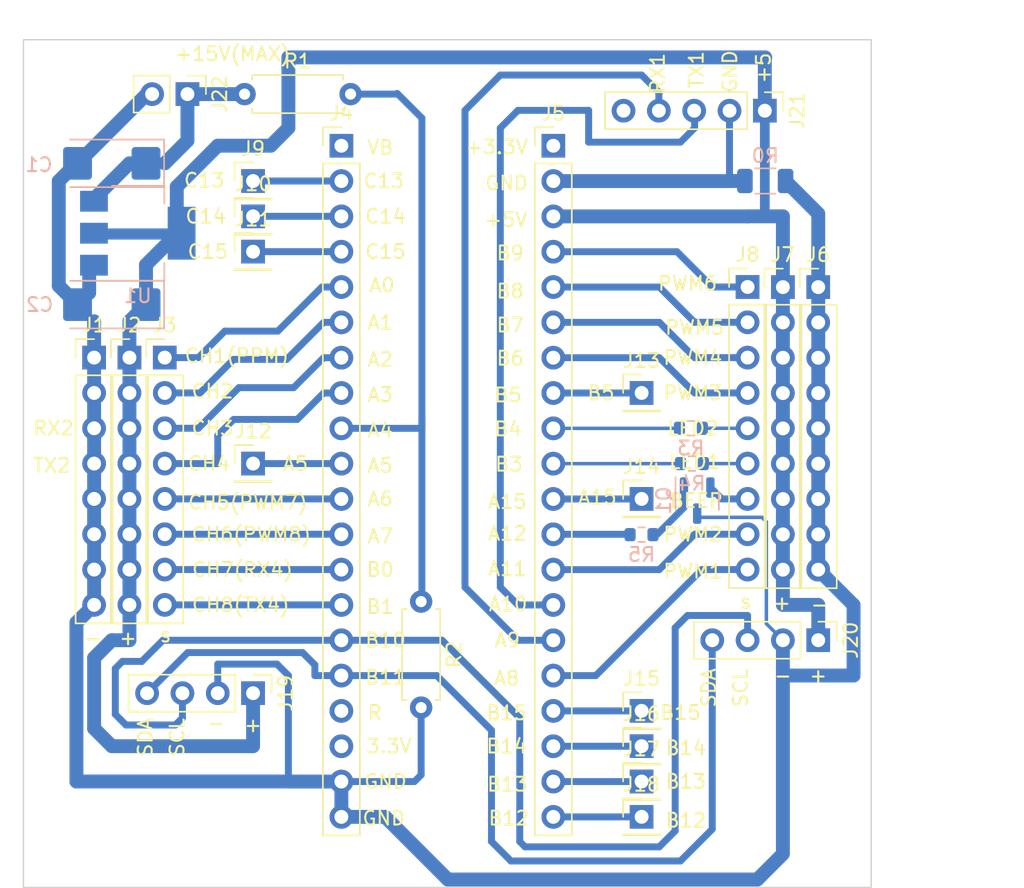
<source format=kicad_pcb>
(kicad_pcb (version 20211014) (generator pcbnew)
  (layers (0 "F.Cu" signal) (31 "B.Cu" signal) (34 "B.Paste" user) (35 "F.Paste" user) (36 "B.SilkS" user "B.Silkscreen") (37 "F.SilkS" user "F.Silkscreen") (38 "B.Mask" user) (39 "F.Mask" user) (44 "Edge.Cuts" user))
  (net 0 "")
  (net 1 "GND")
  (net 2 "+5V")
  (net 3 "/A0")
  (net 4 "/A1")
  (net 5 "/A2")
  (net 6 "/A3")
  (net 7 "/A6")
  (net 8 "/A7")
  (net 9 "/B0")
  (net 10 "/B1")
  (net 11 "/VB")
  (net 12 "/C13")
  (net 13 "/C14")
  (net 14 "/C15")
  (net 15 "/A4")
  (net 16 "/A5")
  (net 17 "/B10")
  (net 18 "/B11")
  (net 19 "/R")
  (net 20 "+3V3")
  (net 21 "/B9")
  (net 22 "/B8")
  (net 23 "/B7")
  (net 24 "/B6")
  (net 25 "/B5")
  (net 26 "/B4")
  (net 27 "/B3")
  (net 28 "/A15")
  (net 29 "/A12")
  (net 30 "/A11")
  (net 31 "/A10")
  (net 32 "/A9")
  (net 33 "/A8")
  (net 34 "/B15")
  (net 35 "/B14")
  (net 36 "/B13")
  (net 37 "/B12")
  (net 39 "+12V")
  (net 40 "/LED2")
  (net 41 "/LED1")
  (net 42 "/BEEP")
  (net 43 "Net-(Q1-Pad1)")
  (footprint "Connector_PinHeader_2.54mm:PinHeader_1x01_P2.54mm_Vertical" (layer "F.Cu") (at 72.39 39.37)
    (fp_text reference "J9" (at 0 -2.33) (layer "F.SilkS"))
    (fp_text value "Conn_01x01_Male")
    (pad "1" thru_hole rect (at 0 0) (size 1.7 1.7) (drill 1) (layers *.Cu *.Mask) (net 12 "/C13"))
  )
  (footprint "Connector_PinHeader_2.54mm:PinHeader_1x01_P2.54mm_Vertical" (layer "F.Cu") (at 72.39 44.45)
    (fp_text reference "J11" (at 0 -2.33) (layer "F.SilkS"))
    (fp_text value "Conn_01x01_Male")
    (pad "1" thru_hole rect (at 0 0) (size 1.7 1.7) (drill 1) (layers *.Cu *.Mask) (net 14 "/C15"))
  )
  (footprint "Connector_PinHeader_2.54mm:PinHeader_1x08_P2.54mm_Vertical" (layer "F.Cu") (at 66.04 52.07)
    (fp_text reference "J3" (at 0 -2.33) (layer "F.SilkS"))
    (fp_text value "Conn_01x08_Male")
    (pad "1" thru_hole rect (at 0 0) (size 1.7 1.7) (drill 1) (layers *.Cu *.Mask) (net 3 "/A0"))
    (pad "2" thru_hole oval (at 0 2.54) (size 1.7 1.7) (drill 1) (layers *.Cu *.Mask) (net 4 "/A1"))
    (pad "3" thru_hole oval (at 0 5.08) (size 1.7 1.7) (drill 1) (layers *.Cu *.Mask) (net 5 "/A2"))
    (pad "4" thru_hole oval (at 0 7.62) (size 1.7 1.7) (drill 1) (layers *.Cu *.Mask) (net 6 "/A3"))
    (pad "5" thru_hole oval (at 0 10.16) (size 1.7 1.7) (drill 1) (layers *.Cu *.Mask) (net 7 "/A6"))
    (pad "6" thru_hole oval (at 0 12.7) (size 1.7 1.7) (drill 1) (layers *.Cu *.Mask) (net 8 "/A7"))
    (pad "7" thru_hole oval (at 0 15.24) (size 1.7 1.7) (drill 1) (layers *.Cu *.Mask) (net 9 "/B0"))
    (pad "8" thru_hole oval (at 0 17.78) (size 1.7 1.7) (drill 1) (layers *.Cu *.Mask) (net 10 "/B1"))
  )
  (footprint "Connector_PinHeader_2.54mm:PinHeader_1x01_P2.54mm_Vertical" (layer "F.Cu") (at 100.33 82.55)
    (fp_text reference "J17" (at 0 -2.33) (layer "F.SilkS"))
    (fp_text value "Conn_01x01_Male")
    (pad "1" thru_hole rect (at 0 0) (size 1.7 1.7) (drill 1) (layers *.Cu *.Mask) (net 36 "/B13"))
  )
  (footprint "Resistor_THT:R_Axial_DIN0207_L6.3mm_D2.5mm_P7.62mm_Horizontal" (layer "F.Cu") (at 84.475 69.615 -90)
    (fp_text reference "R2" (at 3.81 -2.37 90) (layer "F.SilkS"))
    (fp_text value "1k")
    (pad "1" thru_hole circle (at 0 0 270) (size 1.6 1.6) (drill 0.8) (layers *.Cu *.Mask) (net 15 "/A4"))
    (pad "2" thru_hole oval (at 7.62 0 270) (size 1.6 1.6) (drill 0.8) (layers *.Cu *.Mask) (net 1 "GND"))
  )
  (footprint "Connector_PinHeader_2.54mm:PinHeader_1x05_P2.54mm_Vertical" (layer "F.Cu") (at 109.19 34.315 -90)
    (fp_text reference "J21" (at 0 -2.33 -90) (layer "F.SilkS"))
    (fp_text value "Conn_01x05_Male")
    (pad "1" thru_hole rect (at 0 0 270) (size 1.7 1.7) (drill 1) (layers *.Cu *.Mask) (net 2 "+5V"))
    (pad "2" thru_hole oval (at 0 2.54 270) (size 1.7 1.7) (drill 1) (layers *.Cu *.Mask) (net 1 "GND"))
    (pad "3" thru_hole oval (at 0 5.08 270) (size 1.7 1.7) (drill 1) (layers *.Cu *.Mask) (net 31 "/A10"))
    (pad "4" thru_hole oval (at 0 7.62 270) (size 1.7 1.7) (drill 1) (layers *.Cu *.Mask) (net 32 "/A9"))
    (pad "5" thru_hole oval (at 0 10.16 270) (size 1.7 1.7) (drill 1) (layers *.Cu *.Mask))
  )
  (footprint "Connector_PinHeader_2.54mm:PinHeader_1x04_P2.54mm_Vertical" (layer "F.Cu") (at 113.03 72.39 -90)
    (fp_text reference "J20" (at 0 -2.33 -90) (layer "F.SilkS"))
    (fp_text value "Conn_01x04_Male")
    (pad "1" thru_hole rect (at 0 0 270) (size 1.7 1.7) (drill 1) (layers *.Cu *.Mask) (net 2 "+5V"))
    (pad "2" thru_hole oval (at 0 2.54 270) (size 1.7 1.7) (drill 1) (layers *.Cu *.Mask) (net 1 "GND"))
    (pad "3" thru_hole oval (at 0 5.08 270) (size 1.7 1.7) (drill 1) (layers *.Cu *.Mask) (net 17 "/B10"))
    (pad "4" thru_hole oval (at 0 7.62 270) (size 1.7 1.7) (drill 1) (layers *.Cu *.Mask) (net 18 "/B11"))
  )
  (footprint "Connector_PinHeader_2.54mm:PinHeader_1x08_P2.54mm_Vertical" (layer "F.Cu") (at 63.5 52.07)
    (fp_text reference "J2" (at 0 -2.33) (layer "F.SilkS"))
    (fp_text value "Conn_01x08_Male")
    (pad "1" thru_hole rect (at 0 0) (size 1.7 1.7) (drill 1) (layers *.Cu *.Mask) (net 2 "+5V"))
    (pad "2" thru_hole oval (at 0 2.54) (size 1.7 1.7) (drill 1) (layers *.Cu *.Mask) (net 2 "+5V"))
    (pad "3" thru_hole oval (at 0 5.08) (size 1.7 1.7) (drill 1) (layers *.Cu *.Mask) (net 2 "+5V"))
    (pad "4" thru_hole oval (at 0 7.62) (size 1.7 1.7) (drill 1) (layers *.Cu *.Mask) (net 2 "+5V"))
    (pad "5" thru_hole oval (at 0 10.16) (size 1.7 1.7) (drill 1) (layers *.Cu *.Mask) (net 2 "+5V"))
    (pad "6" thru_hole oval (at 0 12.7) (size 1.7 1.7) (drill 1) (layers *.Cu *.Mask) (net 2 "+5V"))
    (pad "7" thru_hole oval (at 0 15.24) (size 1.7 1.7) (drill 1) (layers *.Cu *.Mask) (net 2 "+5V"))
    (pad "8" thru_hole oval (at 0 17.78) (size 1.7 1.7) (drill 1) (layers *.Cu *.Mask) (net 2 "+5V"))
  )
  (footprint "Connector_PinHeader_2.54mm:PinHeader_1x01_P2.54mm_Vertical" (layer "F.Cu") (at 100.33 54.61)
    (fp_text reference "J13" (at 0 -2.33) (layer "F.SilkS"))
    (fp_text value "Conn_01x01_Male")
    (pad "1" thru_hole rect (at 0 0) (size 1.7 1.7) (drill 1) (layers *.Cu *.Mask) (net 25 "/B5"))
  )
  (footprint "My:hole_3_2" (layer "F.Cu") (at 114.3 87.63)
    (fp_text reference "0" hide)
    (fp_text value ".")
    (pad "" np_thru_hole circle (at 0 0) (size 3 3) (drill 3) (layers F&B.Cu *.Mask))
  )
  (footprint "Connector_PinHeader_2.54mm:PinHeader_1x01_P2.54mm_Vertical" (layer "F.Cu") (at 100.33 85.09)
    (fp_text reference "J18" (at 0 -2.33) (layer "F.SilkS"))
    (fp_text value "Conn_01x01_Male")
    (pad "1" thru_hole rect (at 0 0) (size 1.7 1.7) (drill 1) (layers *.Cu *.Mask) (net 37 "/B12"))
  )
  (footprint "My:hole_3_2" (layer "F.Cu") (at 58.42 87.63)
    (fp_text reference "0" hide)
    (fp_text value ".")
    (pad "" np_thru_hole circle (at 0 0) (size 3 3) (drill 3) (layers F&B.Cu *.Mask))
  )
  (footprint "Connector_PinHeader_2.54mm:PinHeader_1x01_P2.54mm_Vertical" (layer "F.Cu") (at 72.39 59.69)
    (fp_text reference "J12" (at 0 -2.33) (layer "F.SilkS"))
    (fp_text value "Conn_01x01_Male")
    (pad "1" thru_hole rect (at 0 0) (size 1.7 1.7) (drill 1) (layers *.Cu *.Mask) (net 16 "/A5"))
  )
  (footprint "My:hole_3_2" (layer "F.Cu") (at 114.3 31.75)
    (fp_text reference "0" hide)
    (fp_text value ".")
    (pad "" np_thru_hole circle (at 0 0) (size 3 3) (drill 3) (layers F&B.Cu *.Mask))
  )
  (footprint "Connector_PinHeader_2.54mm:PinHeader_1x01_P2.54mm_Vertical" (layer "F.Cu") (at 100.33 77.47)
    (fp_text reference "J15" (at 0 -2.33) (layer "F.SilkS"))
    (fp_text value "Conn_01x01_Male")
    (pad "1" thru_hole rect (at 0 0) (size 1.7 1.7) (drill 1) (layers *.Cu *.Mask) (net 34 "/B15"))
  )
  (footprint "Resistor_THT:R_Axial_DIN0207_L6.3mm_D2.5mm_P7.62mm_Horizontal" (layer "F.Cu") (at 71.7804 33.1216)
    (fp_text reference "R1" (at 3.81 -2.37) (layer "F.SilkS"))
    (fp_text value "10k")
    (pad "1" thru_hole circle (at 0 0) (size 1.6 1.6) (drill 0.8) (layers *.Cu *.Mask) (net 39 "+12V"))
    (pad "2" thru_hole oval (at 7.62 0) (size 1.6 1.6) (drill 0.8) (layers *.Cu *.Mask) (net 15 "/A4"))
  )
  (footprint "Connector_PinHeader_2.54mm:PinHeader_1x01_P2.54mm_Vertical" (layer "F.Cu") (at 100.33 62.23)
    (fp_text reference "J14" (at 0 -2.33) (layer "F.SilkS"))
    (fp_text value "Conn_01x01_Male")
    (pad "1" thru_hole rect (at 0 0) (size 1.7 1.7) (drill 1) (layers *.Cu *.Mask) (net 28 "/A15"))
  )
  (footprint "Connector_PinHeader_2.54mm:PinHeader_1x02_P2.54mm_Vertical" (layer "F.Cu") (at 67.6706 33.1216 -90)
    (fp_text reference "J22" (at 0 -2.33 90) (layer "F.SilkS"))
    (fp_text value "Conn_01x02_Male")
    (pad "1" thru_hole rect (at 0 0 270) (size 1.7 1.7) (drill 1) (layers *.Cu *.Mask) (net 39 "+12V"))
    (pad "2" thru_hole oval (at 0 2.54 270) (size 1.7 1.7) (drill 1) (layers *.Cu *.Mask) (net 1 "GND"))
  )
  (footprint "Connector_PinHeader_2.54mm:PinHeader_1x09_P2.54mm_Vertical" (layer "F.Cu") (at 113.03 47)
    (fp_text reference "J6" (at 0 -2.33) (layer "F.SilkS"))
    (fp_text value "Conn_01x09_Male")
    (pad "1" thru_hole rect (at 0 0) (size 1.7 1.7) (drill 1) (layers *.Cu *.Mask) (net 1 "GND"))
    (pad "2" thru_hole oval (at 0 2.54) (size 1.7 1.7) (drill 1) (layers *.Cu *.Mask) (net 1 "GND"))
    (pad "3" thru_hole oval (at 0 5.08) (size 1.7 1.7) (drill 1) (layers *.Cu *.Mask) (net 1 "GND"))
    (pad "4" thru_hole oval (at 0 7.62) (size 1.7 1.7) (drill 1) (layers *.Cu *.Mask) (net 1 "GND"))
    (pad "5" thru_hole oval (at 0 10.16) (size 1.7 1.7) (drill 1) (layers *.Cu *.Mask) (net 1 "GND"))
    (pad "6" thru_hole oval (at 0 12.7) (size 1.7 1.7) (drill 1) (layers *.Cu *.Mask) (net 1 "GND"))
    (pad "7" thru_hole oval (at 0 15.24) (size 1.7 1.7) (drill 1) (layers *.Cu *.Mask) (net 1 "GND"))
    (pad "8" thru_hole oval (at 0 17.78) (size 1.7 1.7) (drill 1) (layers *.Cu *.Mask) (net 1 "GND"))
    (pad "9" thru_hole oval (at 0 20.32) (size 1.7 1.7) (drill 1) (layers *.Cu *.Mask) (net 1 "GND"))
  )
  (footprint "Connector_PinHeader_2.54mm:PinHeader_1x20_P2.54mm_Vertical" (layer "F.Cu") (at 78.74 36.835)
    (fp_text reference "J4" (at 0 -2.33) (layer "F.SilkS"))
    (fp_text value "Conn_01x20_Male")
    (pad "1" thru_hole rect (at 0 0) (size 1.7 1.7) (drill 1) (layers *.Cu *.Mask) (net 11 "/VB"))
    (pad "2" thru_hole oval (at 0 2.54) (size 1.7 1.7) (drill 1) (layers *.Cu *.Mask) (net 12 "/C13"))
    (pad "3" thru_hole oval (at 0 5.08) (size 1.7 1.7) (drill 1) (layers *.Cu *.Mask) (net 13 "/C14"))
    (pad "4" thru_hole oval (at 0 7.62) (size 1.7 1.7) (drill 1) (layers *.Cu *.Mask) (net 14 "/C15"))
    (pad "5" thru_hole oval (at 0 10.16) (size 1.7 1.7) (drill 1) (layers *.Cu *.Mask) (net 3 "/A0"))
    (pad "6" thru_hole oval (at 0 12.7) (size 1.7 1.7) (drill 1) (layers *.Cu *.Mask) (net 4 "/A1"))
    (pad "7" thru_hole oval (at 0 15.24) (size 1.7 1.7) (drill 1) (layers *.Cu *.Mask) (net 5 "/A2"))
    (pad "8" thru_hole oval (at 0 17.78) (size 1.7 1.7) (drill 1) (layers *.Cu *.Mask) (net 6 "/A3"))
    (pad "9" thru_hole oval (at 0 20.32) (size 1.7 1.7) (drill 1) (layers *.Cu *.Mask) (net 15 "/A4"))
    (pad "10" thru_hole oval (at 0 22.86) (size 1.7 1.7) (drill 1) (layers *.Cu *.Mask) (net 16 "/A5"))
    (pad "11" thru_hole oval (at 0 25.4) (size 1.7 1.7) (drill 1) (layers *.Cu *.Mask) (net 7 "/A6"))
    (pad "12" thru_hole oval (at 0 27.94) (size 1.7 1.7) (drill 1) (layers *.Cu *.Mask) (net 8 "/A7"))
    (pad "13" thru_hole oval (at 0 30.48) (size 1.7 1.7) (drill 1) (layers *.Cu *.Mask) (net 9 "/B0"))
    (pad "14" thru_hole oval (at 0 33.02) (size 1.7 1.7) (drill 1) (layers *.Cu *.Mask) (net 10 "/B1"))
    (pad "15" thru_hole oval (at 0 35.56) (size 1.7 1.7) (drill 1) (layers *.Cu *.Mask) (net 17 "/B10"))
    (pad "16" thru_hole oval (at 0 38.1) (size 1.7 1.7) (drill 1) (layers *.Cu *.Mask) (net 18 "/B11"))
    (pad "17" thru_hole oval (at 0 40.64) (size 1.7 1.7) (drill 1) (layers *.Cu *.Mask) (net 19 "/R"))
    (pad "18" thru_hole oval (at 0 43.18) (size 1.7 1.7) (drill 1) (layers *.Cu *.Mask) (net 20 "+3V3"))
    (pad "19" thru_hole oval (at 0 45.72) (size 1.7 1.7) (drill 1) (layers *.Cu *.Mask) (net 1 "GND"))
    (pad "20" thru_hole oval (at 0 48.26) (size 1.7 1.7) (drill 1) (layers *.Cu *.Mask) (net 1 "GND"))
  )
  (footprint "Connector_PinHeader_2.54mm:PinHeader_1x01_P2.54mm_Vertical" (layer "F.Cu") (at 100.33 80.01)
    (fp_text reference "J16" (at 0 -2.33) (layer "F.SilkS"))
    (fp_text value "Conn_01x01_Male")
    (pad "1" thru_hole rect (at 0 0) (size 1.7 1.7) (drill 1) (layers *.Cu *.Mask) (net 35 "/B14"))
  )
  (footprint "Connector_PinHeader_2.54mm:PinHeader_1x08_P2.54mm_Vertical" (layer "F.Cu") (at 60.96 52.07)
    (fp_text reference "J1" (at 0 -2.33) (layer "F.SilkS"))
    (fp_text value "Conn_01x08_Male")
    (pad "1" thru_hole rect (at 0 0) (size 1.7 1.7) (drill 1) (layers *.Cu *.Mask) (net 1 "GND"))
    (pad "2" thru_hole oval (at 0 2.54) (size 1.7 1.7) (drill 1) (layers *.Cu *.Mask) (net 1 "GND"))
    (pad "3" thru_hole oval (at 0 5.08) (size 1.7 1.7) (drill 1) (layers *.Cu *.Mask) (net 1 "GND"))
    (pad "4" thru_hole oval (at 0 7.62) (size 1.7 1.7) (drill 1) (layers *.Cu *.Mask) (net 1 "GND"))
    (pad "5" thru_hole oval (at 0 10.16) (size 1.7 1.7) (drill 1) (layers *.Cu *.Mask) (net 1 "GND"))
    (pad "6" thru_hole oval (at 0 12.7) (size 1.7 1.7) (drill 1) (layers *.Cu *.Mask) (net 1 "GND"))
    (pad "7" thru_hole oval (at 0 15.24) (size 1.7 1.7) (drill 1) (layers *.Cu *.Mask) (net 1 "GND"))
    (pad "8" thru_hole oval (at 0 17.78) (size 1.7 1.7) (drill 1) (layers *.Cu *.Mask) (net 1 "GND"))
  )
  (footprint "Connector_PinHeader_2.54mm:PinHeader_1x04_P2.54mm_Vertical" (layer "F.Cu") (at 72.39 76.2 -90)
    (fp_text reference "J19" (at 0 -2.33 -90) (layer "F.SilkS"))
    (fp_text value "Conn_01x04_Male")
    (pad "1" thru_hole rect (at 0 0 270) (size 1.7 1.7) (drill 1) (layers *.Cu *.Mask) (net 2 "+5V"))
    (pad "2" thru_hole oval (at 0 2.54 270) (size 1.7 1.7) (drill 1) (layers *.Cu *.Mask) (net 1 "GND"))
    (pad "3" thru_hole oval (at 0 5.08 270) (size 1.7 1.7) (drill 1) (layers *.Cu *.Mask) (net 17 "/B10"))
    (pad "4" thru_hole oval (at 0 7.62 270) (size 1.7 1.7) (drill 1) (layers *.Cu *.Mask) (net 18 "/B11"))
  )
  (footprint "Connector_PinHeader_2.54mm:PinHeader_1x09_P2.54mm_Vertical" (layer "F.Cu") (at 107.95 46.99)
    (fp_text reference "J8" (at 0 -2.33) (layer "F.SilkS"))
    (fp_text value "Conn_01x09_Male")
    (pad "1" thru_hole rect (at 0 0) (size 1.7 1.7) (drill 1) (layers *.Cu *.Mask) (net 21 "/B9"))
    (pad "2" thru_hole oval (at 0 2.54) (size 1.7 1.7) (drill 1) (layers *.Cu *.Mask) (net 22 "/B8"))
    (pad "3" thru_hole oval (at 0 5.08) (size 1.7 1.7) (drill 1) (layers *.Cu *.Mask) (net 23 "/B7"))
    (pad "4" thru_hole oval (at 0 7.62) (size 1.7 1.7) (drill 1) (layers *.Cu *.Mask) (net 24 "/B6"))
    (pad "5" thru_hole oval (at 0 10.16) (size 1.7 1.7) (drill 1) (layers *.Cu *.Mask) (net 40 "/LED2"))
    (pad "6" thru_hole oval (at 0 12.7) (size 1.7 1.7) (drill 1) (layers *.Cu *.Mask) (net 41 "/LED1"))
    (pad "7" thru_hole oval (at 0 15.24) (size 1.7 1.7) (drill 1) (layers *.Cu *.Mask) (net 42 "/BEEP"))
    (pad "8" thru_hole oval (at 0 17.78) (size 1.7 1.7) (drill 1) (layers *.Cu *.Mask) (net 30 "/A11"))
    (pad "9" thru_hole oval (at 0 20.32) (size 1.7 1.7) (drill 1) (layers *.Cu *.Mask) (net 33 "/A8"))
  )
  (footprint "Connector_PinHeader_2.54mm:PinHeader_1x09_P2.54mm_Vertical" (layer "F.Cu") (at 110.49 47)
    (fp_text reference "J7" (at 0 -2.33) (layer "F.SilkS"))
    (fp_text value "Conn_01x09_Male")
    (pad "1" thru_hole rect (at 0 0) (size 1.7 1.7) (drill 1) (layers *.Cu *.Mask) (net 2 "+5V"))
    (pad "2" thru_hole oval (at 0 2.54) (size 1.7 1.7) (drill 1) (layers *.Cu *.Mask) (net 2 "+5V"))
    (pad "3" thru_hole oval (at 0 5.08) (size 1.7 1.7) (drill 1) (layers *.Cu *.Mask) (net 2 "+5V"))
    (pad "4" thru_hole oval (at 0 7.62) (size 1.7 1.7) (drill 1) (layers *.Cu *.Mask) (net 2 "+5V"))
    (pad "5" thru_hole oval (at 0 10.16) (size 1.7 1.7) (drill 1) (layers *.Cu *.Mask) (net 2 "+5V"))
    (pad "6" thru_hole oval (at 0 12.7) (size 1.7 1.7) (drill 1) (layers *.Cu *.Mask) (net 2 "+5V"))
    (pad "7" thru_hole oval (at 0 15.24) (size 1.7 1.7) (drill 1) (layers *.Cu *.Mask) (net 2 "+5V"))
    (pad "8" thru_hole oval (at 0 17.78) (size 1.7 1.7) (drill 1) (layers *.Cu *.Mask) (net 2 "+5V"))
    (pad "9" thru_hole oval (at 0 20.32) (size 1.7 1.7) (drill 1) (layers *.Cu *.Mask) (net 2 "+5V"))
  )
  (footprint "Connector_PinHeader_2.54mm:PinHeader_1x20_P2.54mm_Vertical" (layer "F.Cu") (at 93.98 36.835)
    (fp_text reference "J5" (at 0 -2.33) (layer "F.SilkS"))
    (fp_text value "Conn_01x20_Male")
    (pad "1" thru_hole rect (at 0 0) (size 1.7 1.7) (drill 1) (layers *.Cu *.Mask) (net 20 "+3V3"))
    (pad "2" thru_hole oval (at 0 2.54) (size 1.7 1.7) (drill 1) (layers *.Cu *.Mask) (net 1 "GND"))
    (pad "3" thru_hole oval (at 0 5.08) (size 1.7 1.7) (drill 1) (layers *.Cu *.Mask) (net 2 "+5V"))
    (pad "4" thru_hole oval (at 0 7.62) (size 1.7 1.7) (drill 1) (layers *.Cu *.Mask) (net 21 "/B9"))
    (pad "5" thru_hole oval (at 0 10.16) (size 1.7 1.7) (drill 1) (layers *.Cu *.Mask) (net 22 "/B8"))
    (pad "6" thru_hole oval (at 0 12.7) (size 1.7 1.7) (drill 1) (layers *.Cu *.Mask) (net 23 "/B7"))
    (pad "7" thru_hole oval (at 0 15.24) (size 1.7 1.7) (drill 1) (layers *.Cu *.Mask) (net 24 "/B6"))
    (pad "8" thru_hole oval (at 0 17.78) (size 1.7 1.7) (drill 1) (layers *.Cu *.Mask) (net 25 "/B5"))
    (pad "9" thru_hole oval (at 0 20.32) (size 1.7 1.7) (drill 1) (layers *.Cu *.Mask) (net 26 "/B4"))
    (pad "10" thru_hole oval (at 0 22.86) (size 1.7 1.7) (drill 1) (layers *.Cu *.Mask) (net 27 "/B3"))
    (pad "11" thru_hole oval (at 0 25.4) (size 1.7 1.7) (drill 1) (layers *.Cu *.Mask) (net 28 "/A15"))
    (pad "12" thru_hole oval (at 0 27.94) (size 1.7 1.7) (drill 1) (layers *.Cu *.Mask) (net 29 "/A12"))
    (pad "13" thru_hole oval (at 0 30.48) (size 1.7 1.7) (drill 1) (layers *.Cu *.Mask) (net 30 "/A11"))
    (pad "14" thru_hole oval (at 0 33.02) (size 1.7 1.7) (drill 1) (layers *.Cu *.Mask) (net 31 "/A10"))
    (pad "15" thru_hole oval (at 0 35.56) (size 1.7 1.7) (drill 1) (layers *.Cu *.Mask) (net 32 "/A9"))
    (pad "16" thru_hole oval (at 0 38.1) (size 1.7 1.7) (drill 1) (layers *.Cu *.Mask) (net 33 "/A8"))
    (pad "17" thru_hole oval (at 0 40.64) (size 1.7 1.7) (drill 1) (layers *.Cu *.Mask) (net 34 "/B15"))
    (pad "18" thru_hole oval (at 0 43.18) (size 1.7 1.7) (drill 1) (layers *.Cu *.Mask) (net 35 "/B14"))
    (pad "19" thru_hole oval (at 0 45.72) (size 1.7 1.7) (drill 1) (layers *.Cu *.Mask) (net 36 "/B13"))
    (pad "20" thru_hole oval (at 0 48.26) (size 1.7 1.7) (drill 1) (layers *.Cu *.Mask) (net 37 "/B12"))
  )
  (footprint "Connector_PinHeader_2.54mm:PinHeader_1x01_P2.54mm_Vertical" (layer "F.Cu") (at 72.39 41.91)
    (fp_text reference "J10" (at 0 -2.33) (layer "F.SilkS"))
    (fp_text value "Conn_01x01_Male")
    (pad "1" thru_hole rect (at 0 0) (size 1.7 1.7) (drill 1) (layers *.Cu *.Mask) (net 13 "/C14"))
  )
  (footprint "My:hole_3_2" (layer "F.Cu") (at 58.42 31.75)
    (fp_text reference "0" hide)
    (fp_text value ".")
    (pad "" np_thru_hole circle (at 0 0) (size 3 3) (drill 3) (layers F&B.Cu *.Mask))
  )
  (footprint "Capacitor_Tantalum_SMD:CP_EIA-6032-15_Kemet-U" (layer "B.Cu") (at 62.23 48.26 180)
    (fp_text reference "C2" (at 5.1816 0) (layer "B.SilkS") (effects (justify mirror)))
    (fp_text value "C_Polarized")
    (pad "1" smd roundrect (at -2.4625 0 180) (size 2.075 2.35) (layers "B.Cu" "B.Paste" "B.Mask") (roundrect_rratio 0.1204819277) (net 2 "+5V"))
    (pad "2" smd roundrect (at 2.4625 0 180) (size 2.075 2.35) (layers "B.Cu" "B.Paste" "B.Mask") (roundrect_rratio 0.1204819277) (net 1 "GND"))
  )
  (footprint "Resistor_SMD:R_0603_1608Metric" (layer "B.Cu") (at 103.8738 57.15)
    (fp_text reference "R3" (at 0 1.43) (layer "B.SilkS") (effects (justify mirror)))
    (fp_text value "100")
    (pad "1" smd roundrect (at -0.825 0) (size 0.8 0.95) (layers "B.Cu" "B.Paste" "B.Mask") (net 26 "/B4"))
    (pad "2" smd roundrect (at 0.825 0) (size 0.8 0.95) (layers "B.Cu" "B.Paste" "B.Mask") (net 40 "/LED2"))
  )
  (footprint "Package_TO_SOT_SMD:SOT-223-3_TabPin2" (layer "B.Cu") (at 64.1 43.125)
    (fp_text reference "U1" (at 0 4.5 180) (layer "B.SilkS") (effects (justify mirror)))
    (fp_text value "AZ1117-5.0")
    (pad "1" smd rect (at -3.15 2.3) (size 2 1.5) (layers "B.Cu" "B.Paste" "B.Mask") (net 1 "GND"))
    (pad "2" smd rect (at -3.15 0) (size 2 1.5) (layers "B.Cu" "B.Paste" "B.Mask") (net 2 "+5V"))
    (pad "2" smd rect (at 3.15 0) (size 2 3.8) (layers "B.Cu" "B.Paste" "B.Mask") (net 2 "+5V"))
    (pad "3" smd rect (at -3.15 -2.3) (size 2 1.5) (layers "B.Cu" "B.Paste" "B.Mask") (net 39 "+12V"))
  )
  (footprint "Capacitor_Tantalum_SMD:CP_EIA-6032-15_Kemet-U" (layer "B.Cu") (at 62.23 38.1 180)
    (fp_text reference "C1" (at 5.2324 -0.1016) (layer "B.SilkS") (effects (justify mirror)))
    (fp_text value "C_Polarized")
    (pad "1" smd roundrect (at -2.4625 0 180) (size 2.075 2.35) (layers "B.Cu" "B.Paste" "B.Mask") (roundrect_rratio 0.1204819277) (net 39 "+12V"))
    (pad "2" smd roundrect (at 2.4625 0 180) (size 2.075 2.35) (layers "B.Cu" "B.Paste" "B.Mask") (roundrect_rratio 0.1204819277) (net 1 "GND"))
  )
  (footprint "Resistor_SMD:R_0603_1608Metric" (layer "B.Cu") (at 103.949 59.69)
    (fp_text reference "R4" (at 0 1.43) (layer "B.SilkS") (effects (justify mirror)))
    (fp_text value "100")
    (pad "1" smd roundrect (at -0.825 0) (size 0.8 0.95) (layers "B.Cu" "B.Paste" "B.Mask") (net 27 "/B3"))
    (pad "2" smd roundrect (at 0.825 0) (size 0.8 0.95) (layers "B.Cu" "B.Paste" "B.Mask") (net 41 "/LED1"))
  )
  (footprint "Package_TO_SOT_SMD:SOT-23" (layer "B.Cu") (at 104.325 62.35 -90)
    (fp_text reference "Q1" (at 0 2.4 90) (layer "B.SilkS") (effects (justify mirror)))
    (fp_text value "MMBT3906")
    (pad "1" smd roundrect (at -0.9375 0.95 270) (size 1.475 0.6) (layers "B.Cu" "B.Paste" "B.Mask") (net 43 "Net-(Q1-Pad1)"))
    (pad "2" smd roundrect (at -0.9375 -0.95 270) (size 1.475 0.6) (layers "B.Cu" "B.Paste" "B.Mask") (net 42 "/BEEP"))
    (pad "3" smd roundrect (at 0.9375 0 270) (size 1.475 0.6) (layers "B.Cu" "B.Paste" "B.Mask") (net 1 "GND"))
  )
  (footprint "Resistor_SMD:R_0603_1608Metric" (layer "B.Cu") (at 100.325 64.8)
    (fp_text reference "R5" (at 0 1.43) (layer "B.SilkS") (effects (justify mirror)))
    (fp_text value "100")
    (pad "1" smd roundrect (at -0.825 0) (size 0.8 0.95) (layers "B.Cu" "B.Paste" "B.Mask") (net 29 "/A12"))
    (pad "2" smd roundrect (at 0.825 0) (size 0.8 0.95) (layers "B.Cu" "B.Paste" "B.Mask") (net 43 "Net-(Q1-Pad1)"))
  )
  (footprint "Resistor_SMD:R_1206_3216Metric" (layer "B.Cu") (at 109.22 39.37 180)
    (fp_text reference "R0" (at 0 1.82) (layer "B.SilkS") (effects (justify mirror)))
    (fp_text value "0")
    (pad "1" smd roundrect (at -1.4625 0 180) (size 1.125 1.75) (layers "B.Cu" "B.Paste" "B.Mask") (roundrect_rratio 0.2222222222) (net 1 "GND"))
    (pad "2" smd roundrect (at 1.4625 0 180) (size 1.125 1.75) (layers "B.Cu" "B.Paste" "B.Mask") (roundrect_rratio 0.2222222222) (net 1 "GND"))
  )
  (gr_rect (start 55.88 29.21) (end 116.84 90.17) (layer "Edge.Cuts") (width 0.1) (fill none))
  (gr_text "GND" (at 90.6272 39.5224) (layer "F.SilkS") (effects (font (size 1 1))))
  (gr_text "B8" (at 90.8812 47.2948) (layer "F.SilkS") (effects (font (size 1 1))))
  (gr_text "A5" (at 75.438 59.69) (layer "F.SilkS") (effects (font (size 1 1))))
  (gr_text "s" (at 107.825 69.6) (layer "F.SilkS") (effects (font (size 1 1))))
  (gr_text "CH5(PWM7)" (at 72.009 62.484) (layer "F.SilkS") (effects (font (size 1 1))))
  (gr_text "SCL" (at 66.929 79.375 90) (layer "F.SilkS") (effects (font (size 1 1))))
  (gr_text "+" (at 63.4 72.225) (layer "F.SilkS") (effects (font (size 1 1))))
  (gr_text "B12" (at 103.505 85.344) (layer "F.SilkS") (effects (font (size 1 1))))
  (gr_text "B3" (at 90.7796 59.7408) (layer "F.SilkS") (effects (font (size 1 1))))
  (gr_text "+" (at 113.03 74.93) (layer "F.SilkS") (effects (font (size 1 1))))
  (gr_text "B15" (at 103.124 77.597) (layer "F.SilkS") (effects (font (size 1 1))))
  (gr_text "CH8(TX4)" (at 71.501 69.85) (layer "F.SilkS") (effects (font (size 1 1))))
  (gr_text "GND" (at 81.788 85.1916) (layer "F.SilkS") (effects (font (size 1 1))))
  (gr_text "A15" (at 97.155 62.103) (layer "F.SilkS") (effects (font (size 1 1))))
  (gr_text "A11" (at 90.678 67.2592) (layer "F.SilkS") (effects (font (size 1 1))))
  (gr_text "C13" (at 68.8848 39.3192) (layer "F.SilkS") (effects (font (size 1 1))))
  (gr_text "A7" (at 81.534 64.897) (layer "F.SilkS") (effects (font (size 1 1))))
  (gr_text "-" (at 69.723 78.359) (layer "F.SilkS") (effects (font (size 1 1))))
  (gr_text "LED2" (at 104.013 57.15) (layer "F.SilkS") (effects (font (size 1 1))))
  (gr_text "A10" (at 90.7288 69.7992) (layer "F.SilkS") (effects (font (size 1 1))))
  (gr_text "C14" (at 81.915 41.91) (layer "F.SilkS") (effects (font (size 1 1))))
  (gr_text "VB" (at 81.534 36.957) (layer "F.SilkS") (effects (font (size 1 1))))
  (gr_text "-" (at 60.85 72.25) (layer "F.SilkS") (effects (font (size 1 1))))
  (gr_text "+3.3V" (at 89.916 36.9316) (layer "F.SilkS") (effects (font (size 1 1))))
  (gr_text "CH6(PWM8)" (at 72.263 64.77) (layer "F.SilkS") (effects (font (size 1 1))))
  (gr_text "-" (at 113.125 69.825) (layer "F.SilkS") (effects (font (size 1 1))))
  (gr_text "+" (at 110.425 69.7) (layer "F.SilkS") (effects (font (size 1 1))))
  (gr_text "PWM4" (at 104.013 52.07) (layer "F.SilkS") (effects (font (size 1 1))))
  (gr_text "+" (at 72.39 78.486) (layer "F.SilkS") (effects (font (size 1 1))))
  (gr_text "BEEP" (at 104.267 62.357) (layer "F.SilkS") (effects (font (size 1 1))))
  (gr_text "A0" (at 81.661 46.863) (layer "F.SilkS") (effects (font (size 1 1))))
  (gr_text "SCL" (at 107.442 75.819 90) (layer "F.SilkS") (effects (font (size 1 1))))
  (gr_text "B14" (at 90.6272 80.01) (layer "F.SilkS") (effects (font (size 1 1))))
  (gr_text "PWM2" (at 104.013 64.77) (layer "F.SilkS") (effects (font (size 1 1))))
  (gr_text "A8" (at 90.6272 75.1332) (layer "F.SilkS") (effects (font (size 1 1))))
  (gr_text "B15" (at 90.6272 77.6224) (layer "F.SilkS") (effects (font (size 1 1))))
  (gr_text "RX2" (at 58.039 57.15) (layer "F.SilkS") (effects (font (size 1 1))))
  (gr_text "B13" (at 90.678 82.7532) (layer "F.SilkS") (effects (font (size 1 1))))
  (gr_text "B13" (at 103.505 82.55) (layer "F.SilkS") (effects (font (size 1 1))))
  (gr_text "A15" (at 90.678 62.4332) (layer "F.SilkS") (effects (font (size 1 1))))
  (gr_text "A6" (at 81.534 62.23) (layer "F.SilkS") (effects (font (size 1 1))))
  (gr_text "C13" (at 81.788 39.37) (layer "F.SilkS") (effects (font (size 1 1))))
  (gr_text "	CH1(PPM)" (at 69.342 51.943) (layer "F.SilkS") (effects (font (size 1 1))))
  (gr_text "B6" (at 90.8812 52.1208) (layer "F.SilkS") (effects (font (size 1 1))))
  (gr_text "RX1" (at 101.473 31.623 90) (layer "F.SilkS") (effects (font (size 1 1))))
  (gr_text "B9" (at 90.8812 44.5516) (layer "F.SilkS") (effects (font (size 1 1))))
  (gr_text "B7" (at 90.8812 49.7332) (layer "F.SilkS") (effects (font (size 1 1))))
  (gr_text "LED1" (at 104.14 59.563) (layer "F.SilkS") (effects (font (size 1 1))))
  (gr_text "SDA" (at 64.643 79.375 90) (layer "F.SilkS") (effects (font (size 1 1))))
  (gr_text "+5V" (at 90.5764 42.164) (layer "F.SilkS") (effects (font (size 1 1))))
  (gr_text "A3" (at 81.534 54.737) (layer "F.SilkS") (effects (font (size 1 1))))
  (gr_text "C15" (at 81.915 44.45) (layer "F.SilkS") (effects (font (size 1 1))))
  (gr_text "A2" (at 81.534 52.197) (layer "F.SilkS") (effects (font (size 1 1))))
  (gr_text "A12" (at 90.678 64.7192) (layer "F.SilkS") (effects (font (size 1 1))))
  (gr_text "-" (at 110.49 74.93) (layer "F.SilkS") (effects (font (size 1 1))))
  (gr_text "GND" (at 106.68 31.496 90) (layer "F.SilkS") (effects (font (size 1 1))))
  (gr_text "TX1" (at 104.267 31.369 90) (layer "F.SilkS") (effects (font (size 1 1))))
  (gr_text "B4" (at 90.7288 57.2008) (layer "F.SilkS") (effects (font (size 1 1))))
  (gr_text "PWM3" (at 104.013 54.61) (layer "F.SilkS") (effects (font (size 1 1))))
  (gr_text "+5" (at 109.093 31.242 90) (layer "F.SilkS") (effects (font (size 1 1))))
  (gr_text "SDA" (at 105.156 75.819 90) (layer "F.SilkS") (effects (font (size 1 1))))
  (gr_text "3.3V" (at 82.169 80.01) (layer "F.SilkS") (effects (font (size 1 1))))
  (gr_text "GND" (at 81.915 82.55) (layer "F.SilkS") (effects (font (size 1 1))))
  (gr_text "B11" (at 81.915 75.057) (layer "F.SilkS") (effects (font (size 1 1))))
  (gr_text "PWM1" (at 104.013 67.437) (layer "F.SilkS") (effects (font (size 1 1))))
  (gr_text "B1" (at 81.534 69.977) (layer "F.SilkS") (effects (font (size 1 1))))
  (gr_text "PWM6" (at 103.632 46.736) (layer "F.SilkS") (effects (font (size 1 1))))
  (gr_text "B10" (at 81.915 72.39) (layer "F.SilkS") (effects (font (size 1 1))))
  (gr_text "CH3" (at 69.469 57.15) (layer "F.SilkS") (effects (font (size 1 1))))
  (gr_text "A1" (at 81.534 49.53) (layer "F.SilkS") (effects (font (size 1 1))))
  (gr_text "s" (at 66.1 72.025) (layer "F.SilkS") (effects (font (size 1 1))))
  (gr_text "A5" (at 81.534 59.817) (layer "F.SilkS") (effects (font (size 1 1))))
  (gr_text "CH4" (at 69.215 59.69) (layer "F.SilkS") (effects (font (size 1 1))))
  (gr_text "B5" (at 90.7288 54.7624) (layer "F.SilkS") (effects (font (size 1 1))))
  (gr_text "B14" (at 103.505 80.137) (layer "F.SilkS") (effects (font (size 1 1))))
  (gr_text "B5" (at 97.409 54.61) (layer "F.SilkS") (effects (font (size 1 1))))
  (gr_text "PWM5" (at 104.14 49.911) (layer "F.SilkS") (effects (font (size 1 1))))
  (gr_text "C14" (at 68.9864 41.91) (layer "F.SilkS") (effects (font (size 1 1))))
  (gr_text "TX2" (at 57.912 59.817) (layer "F.SilkS") (effects (font (size 1 1))))
  (gr_text "C15" (at 69.1388 44.45) (layer "F.SilkS") (effects (font (size 1 1))))
  (gr_text "B12" (at 90.7796 85.1916) (layer "F.SilkS") (effects (font (size 1 1))))
  (gr_text "A9" (at 90.678 72.39) (layer "F.SilkS") (effects (font (size 1 1))))
  (gr_text "+15V(MAX)" (at 70.9168 30.226) (layer "F.SilkS") (effects (font (size 1 1))))
  (gr_text "B0" (at 81.534 67.31) (layer "F.SilkS") (effects (font (size 1 1))))
  (gr_text "R" (at 81.153 77.597) (layer "F.SilkS") (effects (font (size 1 1))))
  (gr_text "A4" (at 81.534 57.277) (layer "F.SilkS") (effects (font (size 1 1))))
  (gr_text "CH2" (at 69.469 54.483) (layer "F.SilkS") (effects (font (size 1 1))))
  (gr_text "CH7(RX4)" (at 71.628 67.31) (layer "F.SilkS") (effects (font (size 1 1))))
  (segment (start 106.65 39.34) (end 106.65 34.315) (width 0.5) (layer "B.Cu") (net 1))
  (segment (start 108.647 89.6) (end 110.49 87.757) (width 1) (layer "B.Cu") (net 1))
  (segment (start 69.85 74.10952) (end 74.10952 74.10952) (width 0.5) (layer "B.Cu") (net 1))
  (segment (start 115.56 69.85) (end 115.57 69.85) (width 0.25) (layer "B.Cu") (net 1))
  (segment (start 59.7675 48.26) (end 58.42 46.9125) (width 1) (layer "B.Cu") (net 1))
  (segment (start 60.96 52.07) (end 60.96 69.85) (width 1) (layer "B.Cu") (net 1))
  (segment (start 110.49 74.93) (end 110.49 72.39) (width 1) (layer "B.Cu") (net 1))
  (segment (start 109.3 71.2) (end 110.49 72.39) (width 0.25) (layer "B.Cu") (net 1))
  (segment (start 106.68 39.37) (end 106.65 39.34) (width 0.25) (layer "B.Cu") (net 1))
  (segment (start 82.8598 82.555) (end 78.74 82.555) (width 0.5) (layer "B.Cu") (net 1))
  (segment (start 81.895 85.095) (end 86.4 89.6) (width 1) (layer "B.Cu") (net 1))
  (segment (start 60.96 52.07) (end 60.96 49.4525) (width 1) (layer "B.Cu") (net 1))
  (segment (start 60.605 45.46) (end 60.605 47.4225) (width 1) (layer "B.Cu") (net 1))
  (segment (start 86.4 89.6) (end 108.647 89.6) (width 1) (layer "B.Cu") (net 1))
  (segment (start 113.03 67.32) (end 115.56 69.85) (width 1) (layer "B.Cu") (net 1))
  (segment (start 59.69 82.55) (end 59.69 71.12) (width 1) (layer "B.Cu") (net 1))
  (segment (start 58.42 39.37) (end 59.69 38.1) (width 1) (layer "B.Cu") (net 1))
  (segment (start 82.9056 82.6008) (end 82.8598 82.555) (width 0.25) (layer "B.Cu") (net 1))
  (segment (start 115.57 69.85) (end 115.57 74.93) (width 1) (layer "B.Cu") (net 1))
  (segment (start 59.69 71.12) (end 60.96 69.85) (width 1) (layer "B.Cu") (net 1))
  (segment (start 59.69 38.1) (end 59.7675 38.1) (width 0.25) (layer "B.Cu") (net 1))
  (segment (start 84.475 82.075) (end 84.475 77.235) (width 0.5) (layer "B.Cu") (net 1))
  (segment (start 83.995 82.555) (end 84.475 82.075) (width 0.5) (layer "B.Cu") (net 1))
  (segment (start 69.85 76.2) (end 69.85 74.10952) (width 0.5) (layer "B.Cu") (net 1))
  (segment (start 109.3 63.875) (end 109.3 71.2) (width 0.25) (layer "B.Cu") (net 1))
  (segment (start 74.10952 74.10952) (end 74.93 74.93) (width 0.5) (layer "B.Cu") (net 1))
  (segment (start 74.93 82.55) (end 59.69 82.55) (width 1) (layer "B.Cu") (net 1))
  (segment (start 104.593222 63.555722) (end 108.980722 63.555722) (width 0.25) (layer "B.Cu") (net 1))
  (segment (start 64.8475 33.02) (end 59.7675 38.1) (width 1) (layer "B.Cu") (net 1))
  (segment (start 78.74 85.095) (end 78.74 82.555) (width 1) (layer "B.Cu") (net 1))
  (segment (start 74.93 82.55) (end 74.935 82.555) (width 0.25) (layer "B.Cu") (net 1))
  (segment (start 60.605 47.4225) (end 59.7675 48.26) (width 0.25) (layer "B.Cu") (net 1))
  (segment (start 113.03 47) (end 113.03 67.32) (width 1) (layer "B.Cu") (net 1))
  (segment (start 60.96 49.4525) (end 59.7675 48.26) (width 0.25) (layer "B.Cu") (net 1))
  (segment (start 113.03 41.7175) (end 113.03 47) (width 1) (layer "B.Cu") (net 1))
  (segment (start 104.325 63.2875) (end 104.593222 63.555722) (width 0.25) (layer "B.Cu") (net 1))
  (segment (start 115.57 74.93) (end 110.49 74.93) (width 1) (layer "B.Cu") (net 1))
  (segment (start 108.980722 63.555722) (end 109.3 63.875) (width 0.25) (layer "B.Cu") (net 1))
  (segment (start 82.8598 82.555) (end 83.995 82.555) (width 0.5) (layer "B.Cu") (net 1))
  (segment (start 74.93 74.93) (end 74.93 82.55) (width 0.5) (layer "B.Cu") (net 1))
  (segment (start 110.6825 39.37) (end 113.03 41.7175) (width 1) (layer "B.Cu") (net 1))
  (segment (start 106.68 39.37) (end 106.675 39.375) (width 0.25) (layer "B.Cu") (net 1))
  (segment (start 93.98 39.375) (end 106.675 39.375) (width 1) (layer "B.Cu") (net 1))
  (segment (start 107.7575 39.37) (end 106.68 39.37) (width 1) (layer "B.Cu") (net 1))
  (segment (start 78.74 85.095) (end 81.895 85.095) (width 1) (layer "B.Cu") (net 1))
  (segment (start 110.49 74.93) (end 110.49 87.63) (width 1) (layer "B.Cu") (net 1))
  (segment (start 58.42 46.9125) (end 58.42 39.37) (width 1) (layer "B.Cu") (net 1))
  (segment (start 74.935 82.555) (end 78.74 82.555) (width 1) (layer "B.Cu") (net 1))
  (segment (start 109.19 41.88) (end 109.22 41.91) (width 0.25) (layer "B.Cu") (net 2))
  (segment (start 63.5 52.07) (end 63.5 69.85) (width 1) (layer "B.Cu") (net 2))
  (segment (start 60.96 78.74) (end 60.96 73.66) (width 1) (layer "B.Cu") (net 2))
  (segment (start 66.905 43.18) (end 64.6925 45.3925) (width 1) (layer "B.Cu") (net 2))
  (segment (start 107.95 41.91) (end 110.49 41.91) (width 1) (layer "B.Cu") (net 2))
  (segment (start 64.6925 45.3925) (end 64.6925 48.26) (width 1) (layer "B.Cu") (net 2))
  (segment (start 113.03 69.85) (end 113.03 72.39) (width 1) (layer "B.Cu") (net 2))
  (segment (start 62.23 80.01) (end 60.96 78.74) (width 1) (layer "B.Cu") (net 2))
  (segment (start 66.905 39.775) (end 69.85 36.83) (width 1) (layer "B.Cu") (net 2))
  (segment (start 107.945 41.915) (end 107.95 41.91) (width 0.25) (layer "B.Cu") (net 2))
  (segment (start 63.5 49.4525) (end 63.5 52.07) (width 1) (layer "B.Cu") (net 2))
  (segment (start 110.49 44.45) (end 110.49 41.91) (width 1) (layer "B.Cu") (net 2))
  (segment (start 107.955 41.915) (end 107.96 41.91) (width 0.25) (layer "B.Cu") (net 2))
  (segment (start 66.905 43.18) (end 66.905 39.775) (width 1) (layer "B.Cu") (net 2))
  (segment (start 109.19 34.315) (end 109.19 41.88) (width 0.7) (layer "B.Cu") (net 2))
  (segment (start 60.96 73.66) (end 62.23 72.39) (width 1) (layer "B.Cu") (net 2))
  (segment (start 60.605 43.18) (end 66.905 43.18) (width 0.8) (layer "B.Cu") (net 2))
  (segment (start 74.93 35.56) (end 74.93 30.48) (width 1) (layer "B.Cu") (net 2))
  (segment (start 62.23 72.39) (end 63.5 72.39) (width 1) (layer "B.Cu") (net 2))
  (segment (start 72.39 80.01) (end 62.23 80.01) (width 1) (layer "B.Cu") (net 2))
  (segment (start 110.49 44.45) (end 110.49 47) (width 1) (layer "B.Cu") (net 2))
  (segment (start 69.85 36.83) (end 73.66 36.83) (width 1) (layer "B.Cu") (net 2))
  (segment (start 109.19 30.51) (end 109.19 34.315) (width 1) (layer "B.Cu") (net 2))
  (segment (start 107.945 41.915) (end 107.955 41.915) (width 0.25) (layer "B.Cu") (net 2))
  (segment (start 73.66 36.83) (end 74.93 35.56) (width 1) (layer "B.Cu") (net 2))
  (segment (start 110.49 67.32) (end 110.49 69.85) (width 1) (layer "B.Cu") (net 2))
  (segment (start 93.98 41.915) (end 107.945 41.915) (width 1) (layer "B.Cu") (net 2))
  (segment (start 72.39 76.2) (end 72.39 80.01) (width 1) (layer "B.Cu") (net 2))
  (segment (start 63.5 72.39) (end 63.5 69.85) (width 1) (layer "B.Cu") (net 2))
  (segment (start 64.6925 48.26) (end 63.5 49.4525) (width 1) (layer "B.Cu") (net 2))
  (segment (start 74.93 30.48) (end 109.22 30.48) (width 1) (layer "B.Cu") (net 2))
  (segment (start 110.49 47) (end 110.49 67.32) (width 1) (layer "B.Cu") (net 2))
  (segment (start 109.22 30.48) (end 109.19 30.51) (width 0.25) (layer "B.Cu") (net 2))
  (segment (start 110.49 69.85) (end 113.03 69.85) (width 1) (layer "B.Cu") (net 2))
  (segment (start 77.338 46.995) (end 78.74 46.995) (width 0.5) (layer "B.Cu") (net 3))
  (segment (start 74.168 50.165) (end 77.338 46.995) (width 0.5) (layer "B.Cu") (net 3))
  (segment (start 68.453 52.07) (end 70.358 50.165) (width 0.5) (layer "B.Cu") (net 3))
  (segment (start 66.04 52.07) (end 68.453 52.07) (width 0.5) (layer "B.Cu") (net 3))
  (segment (start 70.358 50.165) (end 74.168 50.165) (width 0.5) (layer "B.Cu") (net 3))
  (segment (start 66.04 54.61) (end 68.58 54.61) (width 0.5) (layer "B.Cu") (net 4))
  (segment (start 77.465 49.535) (end 78.74 49.535) (width 0.5) (layer "B.Cu") (net 4))
  (segment (start 68.58 54.61) (end 70.993 52.197) (width 0.5) (layer "B.Cu") (net 4))
  (segment (start 74.803 52.197) (end 77.465 49.535) (width 0.5) (layer "B.Cu") (net 4))
  (segment (start 70.993 52.197) (end 74.803 52.197) (width 0.5) (layer "B.Cu") (net 4))
  (segment (start 71.374 54.229) (end 75.311 54.229) (width 0.5) (layer "B.Cu") (net 5))
  (segment (start 68.453 57.15) (end 71.374 54.229) (width 0.5) (layer "B.Cu") (net 5))
  (segment (start 77.465 52.075) (end 78.74 52.075) (width 0.5) (layer "B.Cu") (net 5))
  (segment (start 75.311 54.229) (end 77.465 52.075) (width 0.5) (layer "B.Cu") (net 5))
  (segment (start 66.04 57.15) (end 68.453 57.15) (width 0.5) (layer "B.Cu") (net 5))
  (segment (start 69.85 59.69) (end 69.85 57.658) (width 0.5) (layer "B.Cu") (net 6))
  (segment (start 66.04 59.69) (end 69.85 59.69) (width 0.5) (layer "B.Cu") (net 6))
  (segment (start 75.565 56.515) (end 77.47 54.61) (width 0.5) (layer "B.Cu") (net 6))
  (segment (start 77.47 54.61) (end 77.475 54.615) (width 0.5) (layer "B.Cu") (net 6))
  (segment (start 69.85 57.658) (end 70.993 56.515) (width 0.5) (layer "B.Cu") (net 6))
  (segment (start 70.993 56.515) (end 75.565 56.515) (width 0.5) (layer "B.Cu") (net 6))
  (segment (start 77.475 54.615) (end 78.74 54.615) (width 0.5) (layer "B.Cu") (net 6))
  (segment (start 78.735 62.23) (end 78.74 62.235) (width 0.25) (layer "B.Cu") (net 7))
  (segment (start 66.04 62.23) (end 78.735 62.23) (width 0.5) (layer "B.Cu") (net 7))
  (segment (start 78.735 64.77) (end 78.74 64.775) (width 0.25) (layer "B.Cu") (net 8))
  (segment (start 66.04 64.77) (end 78.735 64.77) (width 0.5) (layer "B.Cu") (net 8))
  (segment (start 66.04 67.31) (end 78.735 67.31) (width 0.5) (layer "B.Cu") (net 9))
  (segment (start 78.735 67.31) (end 78.74 67.315) (width 0.25) (layer "B.Cu") (net 9))
  (segment (start 66.04 69.85) (end 78.735 69.85) (width 0.5) (layer "B.Cu") (net 10))
  (segment (start 78.735 69.85) (end 78.74 69.855) (width 0.25) (layer "B.Cu") (net 10))
  (segment (start 78.735 39.37) (end 78.74 39.375) (width 0.25) (layer "B.Cu") (net 12))
  (segment (start 72.39 39.37) (end 78.735 39.37) (width 0.5) (layer "B.Cu") (net 12))
  (segment (start 72.39 41.91) (end 78.735 41.91) (width 0.5) (layer "B.Cu") (net 13))
  (segment (start 78.735 41.91) (end 78.74 41.915) (width 0.25) (layer "B.Cu") (net 13))
  (segment (start 72.39 44.45) (end 78.735 44.45) (width 0.5) (layer "B.Cu") (net 14))
  (segment (start 78.735 44.45) (end 78.74 44.455) (width 0.25) (layer "B.Cu") (net 14))
  (segment (start 82.7532 33.0708) (end 82.7024 33.1216) (width 0.25) (layer "B.Cu") (net 15))
  (segment (start 82.7024 33.1216) (end 79.4004 33.1216) (width 0.5) (layer "B.Cu") (net 15))
  (segment (start 84.5312 69.675) (end 84.5312 56.3146) (width 0.5) (layer "B.Cu") (net 15))
  (segment (start 84.4754 57.155) (end 78.74 57.155) (width 0.5) (layer "B.Cu") (net 15))
  (segment (start 84.5312 57.2008) (end 84.5312 34.8488) (width 0.5) (layer "B.Cu") (net 15))
  (segment (start 84.5312 57.2008) (end 84.4804 57.15) (width 0.25) (layer "B.Cu") (net 15))
  (segment (start 84.5312 34.8488) (end 82.7532 33.0708) (width 0.5) (layer "B.Cu") (net 15))
  (segment (start 84.4804 57.15) (end 84.4754 57.155) (width 0.25) (layer "B.Cu") (net 15))
  (segment (start 72.39 59.69) (end 78.735 59.69) (width 0.5) (layer "B.Cu") (net 16))
  (segment (start 78.735 59.69) (end 78.74 59.695) (width 0.25) (layer "B.Cu") (net 16))
  (segment (start 85.984 72.395) (end 91.567 77.978) (width 0.5) (layer "B.Cu") (net 17))
  (segment (start 66.802 78.486) (end 63.246 78.486) (width 0.5) (layer "B.Cu") (net 17))
  (segment (start 78.74 72.395) (end 85.984 72.395) (width 0.5) (layer "B.Cu") (net 17))
  (segment (start 67.31 77.978) (end 66.802 78.486) (width 0.5) (layer "B.Cu") (net 17))
  (segment (start 91.948 87.249) (end 101.6 87.249) (width 0.5) (layer "B.Cu") (net 17))
  (segment (start 62.484 77.724) (end 62.484 74.422) (width 0.5) (layer "B.Cu") (net 17))
  (segment (start 65.913 72.39) (end 65.918 72.395) (width 0.5) (layer "B.Cu") (net 17))
  (segment (start 91.567 86.868) (end 91.948 87.249) (width 0.5) (layer "B.Cu") (net 17))
  (segment (start 62.484 74.422) (end 62.992 73.914) (width 0.5) (layer "B.Cu") (net 17))
  (segment (start 63.246 78.486) (end 62.484 77.724) (width 0.5) (layer "B.Cu") (net 17))
  (segment (start 102.743 86.106) (end 102.743 71.501) (width 0.5) (layer "B.Cu") (net 17))
  (segment (start 64.389 73.914) (end 65.913 72.39) (width 0.5) (layer "B.Cu") (net 17))
  (segment (start 101.6 87.249) (end 102.743 86.106) (width 0.5) (layer "B.Cu") (net 17))
  (segment (start 62.992 73.914) (end 64.389 73.914) (width 0.5) (layer "B.Cu") (net 17))
  (segment (start 91.567 77.978) (end 91.567 86.868) (width 0.5) (layer "B.Cu") (net 17))
  (segment (start 103.632 70.612) (end 107.95 70.612) (width 0.5) (layer "B.Cu") (net 17))
  (segment (start 107.95 70.612) (end 107.95 72.39) (width 0.5) (layer "B.Cu") (net 17))
  (segment (start 65.918 72.395) (end 78.74 72.395) (width 0.5) (layer "B.Cu") (net 17))
  (segment (start 67.31 76.2) (end 67.31 77.978) (width 0.5) (layer "B.Cu") (net 17))
  (segment (start 102.743 71.501) (end 103.632 70.612) (width 0.5) (layer "B.Cu") (net 17))
  (segment (start 64.77 76.2) (end 67.691 73.279) (width 0.5) (layer "B.Cu") (net 18))
  (segment (start 85.603 74.935) (end 89.535 78.867) (width 0.5) (layer "B.Cu") (net 18))
  (segment (start 76.84 74.935) (end 78.74 74.935) (width 0.5) (layer "B.Cu") (net 18))
  (segment (start 67.691 73.279) (end 75.946 73.279) (width 0.5) (layer "B.Cu") (net 18))
  (segment (start 81.275 74.935) (end 80.904 74.935) (width 0.5) (layer "B.Cu") (net 18))
  (segment (start 90.932 88.265) (end 103.124 88.265) (width 0.5) (layer "B.Cu") (net 18))
  (segment (start 89.535 86.868) (end 90.932 88.265) (width 0.5) (layer "B.Cu") (net 18))
  (segment (start 81.28 74.93) (end 81.275 74.935) (width 0.25) (layer "B.Cu") (net 18))
  (segment (start 89.535 78.867) (end 89.535 86.868) (width 0.5) (layer "B.Cu") (net 18))
  (segment (start 105.41 85.979) (end 105.41 72.39) (width 0.5) (layer "B.Cu") (net 18))
  (segment (start 80.904 74.935) (end 85.603 74.935) (width 0.5) (layer "B.Cu") (net 18))
  (segment (start 75.946 73.279) (end 76.835 74.168) (width 0.5) (layer "B.Cu") (net 18))
  (segment (start 76.835 74.93) (end 76.84 74.935) (width 0.5) (layer "B.Cu") (net 18))
  (segment (start 76.835 74.168) (end 76.835 74.93) (width 0.5) (layer "B.Cu") (net 18))
  (segment (start 80.904 74.935) (end 78.74 74.935) (width 0.5) (layer "B.Cu") (net 18))
  (segment (start 103.124 88.265) (end 105.41 85.979) (width 0.5) (layer "B.Cu") (net 18))
  (segment (start 102.875 44.455) (end 105.41 46.99) (width 0.5) (layer "B.Cu") (net 21))
  (segment (start 105.41 46.99) (end 107.95 46.99) (width 0.5) (layer "B.Cu") (net 21))
  (segment (start 93.98 44.455) (end 102.875 44.455) (width 0.5) (layer "B.Cu") (net 21))
  (segment (start 104.14 49.53) (end 107.95 49.53) (width 0.5) (layer "B.Cu") (net 22))
  (segment (start 93.98 46.995) (end 101.605 46.995) (width 0.5) (layer "B.Cu") (net 22))
  (segment (start 101.605 46.995) (end 104.14 49.53) (width 0.5) (layer "B.Cu") (net 22))
  (segment (start 104.14 52.07) (end 107.95 52.07) (width 0.5) (layer "B.Cu") (net 23))
  (segment (start 93.98 49.535) (end 101.605 49.535) (width 0.5) (layer "B.Cu") (net 23))
  (segment (start 101.605 49.535) (end 104.14 52.07) (width 0.5) (layer "B.Cu") (net 23))
  (segment (start 101.605 52.075) (end 104.14 54.61) (width 0.5) (layer "B.Cu") (net 24))
  (segment (start 93.98 52.075) (end 101.605 52.075) (width 0.5) (layer "B.Cu") (net 24))
  (segment (start 104.14 54.61) (end 107.95 54.61) (width 0.5) (layer "B.Cu") (net 24))
  (segment (start 93.98 54.615) (end 100.325 54.615) (width 0.5) (layer "B.Cu") (net 25))
  (segment (start 100.325 54.615) (end 100.33 54.61) (width 0.25) (layer "B.Cu") (net 25))
  (segment (start 103.0438 57.155) (end 103.0488 57.15) (width 0.25) (layer "B.Cu") (net 26))
  (segment (start 93.98 57.155) (end 103.0438 57.155) (width 0.25) (layer "B.Cu") (net 26))
  (segment (start 103.119 59.695) (end 103.124 59.69) (width 0.25) (layer "B.Cu") (net 27))
  (segment (start 93.98 59.695) (end 103.119 59.695) (width 0.25) (layer "B.Cu") (net 27))
  (segment (start 100.325 62.235) (end 100.33 62.23) (width 0.25) (layer "B.Cu") (net 28))
  (segment (start 93.98 62.235) (end 100.325 62.235) (width 0.5) (layer "B.Cu") (net 28))
  (segment (start 93.98 64.775) (end 99.475 64.775) (width 0.5) (layer "B.Cu") (net 29))
  (segment (start 99.475 64.775) (end 99.5 64.8) (width 0.25) (layer "B.Cu") (net 29))
  (segment (start 101.595 67.315) (end 104.14 64.77) (width 0.5) (layer "B.Cu") (net 30))
  (segment (start 104.14 64.77) (end 107.95 64.77) (width 0.5) (layer "B.Cu") (net 30))
  (segment (start 93.98 67.315) (end 101.595 67.315) (width 0.5) (layer "B.Cu") (net 30))
  (segment (start 104.14 35.56) (end 104.14 34.925717) (width 0.5) (layer "B.Cu") (net 31))
  (segment (start 104.14 34.925717) (end 103.819641 34.605358) (width 0.25) (layer "B.Cu") (net 31))
  (segment (start 90.17 68.58) (end 90.17 35.56) (width 0.5) (layer "B.Cu") (net 31))
  (segment (start 90.17 35.56) (end 91.44 34.29) (width 0.5) (layer "B.Cu") (net 31))
  (segment (start 96.52 36.576458) (end 103.123542 36.576458) (width 0.5) (layer "B.Cu") (net 31))
  (segment (start 96.52 34.29) (end 96.52 36.576458) (width 0.5) (layer "B.Cu") (net 31))
  (segment (start 91.44 34.29) (end 96.52 34.29) (width 0.5) (layer "B.Cu") (net 31))
  (segment (start 91.445 69.855) (end 90.17 68.58) (width 0.5) (layer "B.Cu") (net 31))
  (segment (start 103.123542 36.576458) (end 104.14 35.56) (width 0.5) (layer "B.Cu") (net 31))
  (segment (start 93.98 69.855) (end 91.445 69.855) (width 0.5) (layer "B.Cu") (net 31))
  (segment (start 101.6 33.02) (end 101.57 33.05) (width 0.25) (layer "B.Cu") (net 32))
  (segment (start 93.98 72.395) (end 91.445 72.395) (width 0.5) (layer "B.Cu") (net 32))
  (segment (start 100.33 31.75) (end 101.6 33.02) (width 0.5) (layer "B.Cu") (net 32))
  (segment (start 90.17 31.75) (end 100.33 31.75) (width 0.5) (layer "B.Cu") (net 32))
  (segment (start 91.445 72.395) (end 87.63 68.58) (width 0.5) (layer "B.Cu") (net 32))
  (segment (start 87.63 34.29) (end 90.17 31.75) (width 0.5) (layer "B.Cu") (net 32))
  (segment (start 101.57 33.05) (end 101.57 34.315) (width 0.5) (layer "B.Cu") (net 32))
  (segment (start 87.63 68.58) (end 87.63 34.29) (width 0.5) (layer "B.Cu") (net 32))
  (segment (start 93.98 74.935) (end 97.033 74.935) (width 0.5) (layer "B.Cu") (net 33))
  (segment (start 107.95 67.31) (end 104.658 67.31) (width 0.5) (layer "B.Cu") (net 33))
  (segment (start 104.658 67.31) (end 97.033 74.935) (width 0.5) (layer "B.Cu") (net 33))
  (segment (start 93.98 77.475) (end 100.325 77.475) (width 0.5) (layer "B.Cu") (net 34))
  (segment (start 100.325 77.475) (end 100.33 77.47) (width 0.25) (layer "B.Cu") (net 34))
  (segment (start 100.325 80.015) (end 100.33 80.01) (width 0.25) (layer "B.Cu") (net 35))
  (segment (start 93.98 80.015) (end 100.325 80.015) (width 0.5) (layer "B.Cu") (net 35))
  (segment (start 100.325 82.555) (end 100.33 82.55) (width 0.25) (layer "B.Cu") (net 36))
  (segment (start 93.98 82.555) (end 100.325 82.555) (width 0.5) (layer "B.Cu") (net 36))
  (segment (start 100.325 85.095) (end 100.33 85.09) (width 0.25) (layer "B.Cu") (net 37))
  (segment (start 93.98 85.095) (end 100.325 85.095) (width 0.5) (layer "B.Cu") (net 37))
  (segment (start 60.605 40.9) (end 60.7 40.9) (width 0.25) (layer "B.Cu") (net 39))
  (segment (start 60.7 40.9) (end 63.5 38.1) (width 1) (layer "B.Cu") (net 39))
  (segment (start 63.5 38.1) (end 64.6925 38.1) (width 1) (layer "B.Cu") (net 39))
  (segment (start 64.6925 38.1) (end 66.04 38.1) (width 0.25) (layer "B.Cu") (net 39))
  (segment (start 66.04 38.1) (end 67.6706 36.4694) (width 1) (layer "B.Cu") (net 39))
  (segment (start 67.6706 33.1216) (end 71.7804 33.1216) (width 1) (layer "B.Cu") (net 39))
  (segment (start 67.6706 36.4694) (end 67.6706 33.1216) (width 1) (layer "B.Cu") (net 39))
  (segment (start 107.945 57.155) (end 107.95 57.15) (width 0.25) (layer "B.Cu") (net 40))
  (segment (start 104.6988 57.15) (end 107.95 57.15) (width 0.25) (layer "B.Cu") (net 40))
  (segment (start 104.774 59.69) (end 107.95 59.69) (width 0.25) (layer "B.Cu") (net 41))
  (segment (start 107.945 59.695) (end 107.95 59.69) (width 0.25) (layer "B.Cu") (net 41))
  (segment (start 107.95 62.23) (end 106.0925 62.23) (width 0.5) (layer "B.Cu") (net 42))
  (segment (start 106.0925 62.23) (end 105.275 61.4125) (width 0.5) (layer "B.Cu") (net 42))
  (segment (start 101.15 64.8) (end 101.425 64.8) (width 0.25) (layer "B.Cu") (net 43))
  (segment (start 101.425 64.8) (end 103.375 62.85) (width 0.5) (layer "B.Cu") (net 43))
  (segment (start 103.375 62.85) (end 103.375 61.4125) (width 0.5) (layer "B.Cu") (net 43))
)
</source>
